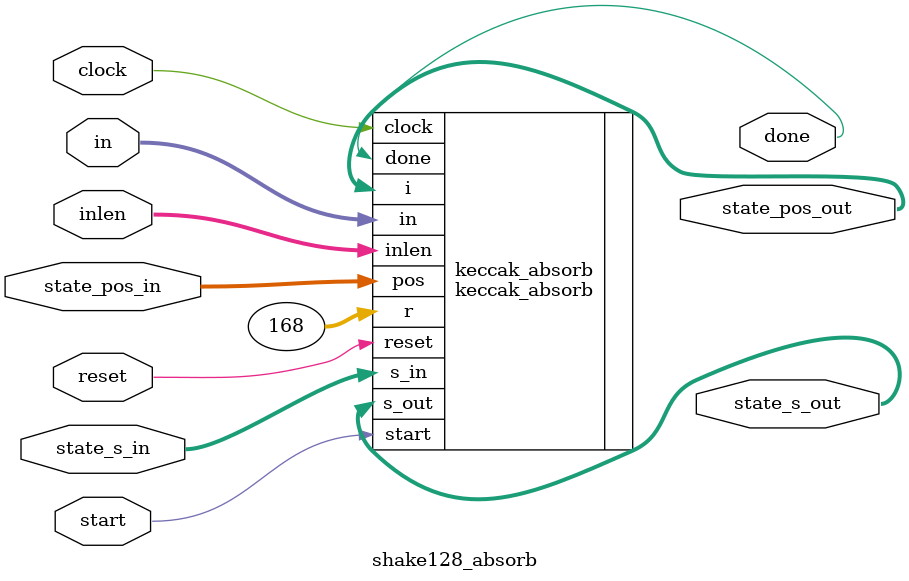
<source format=v>

module shake256_absorb #(parameter in_len = 32)(
    input clock,
    input reset,
    input start,
    input [1599:0] state_s_in,
    input [31:0] state_pos_in,
    input [in_len * 8 - 1:0] in,
    input [63:0] inlen,
    output [1599:0] state_s_out,
    output [31:0] state_pos_out,
    output done
    );
    
    localparam SHAKE256_RATE = 136;

    keccak_absorb #(.in_len(in_len)) keccak_absorb(
	   	.clock(clock),
	   	.start(start),
	   	.reset(reset),
	   	.s_in(state_s_in),
	   	.pos(state_pos_in),
	   	.r(SHAKE256_RATE),
	   	.in(in),
	   	.inlen(inlen),
	   	.s_out(state_s_out),
	   	.i(state_pos_out),
	   	.done(done)
	   	);
	   	
endmodule



module shake128_absorb #(parameter in_len = 32)(
    input clock,
    input reset,
    input start,
    input [1599:0] state_s_in,
    input [31:0] state_pos_in,
    input [in_len * 8 - 1:0] in,
    input [63:0] inlen,
    output [1599:0] state_s_out,
    output [31:0] state_pos_out,
    output done
    );
    
    localparam SHAKE128_RATE = 168;

    keccak_absorb #(.in_len(in_len)) keccak_absorb(
	   	.clock(clock),
	   	.start(start),
	   	.reset(reset),
	   	.s_in(state_s_in),
	   	.pos(state_pos_in),
	   	.r(SHAKE128_RATE),
	   	.in(in),
	   	.inlen(inlen),
	   	.s_out(state_s_out),
	   	.i(state_pos_out),
	   	.done(done)
	   	);
	   	
endmodule
</source>
